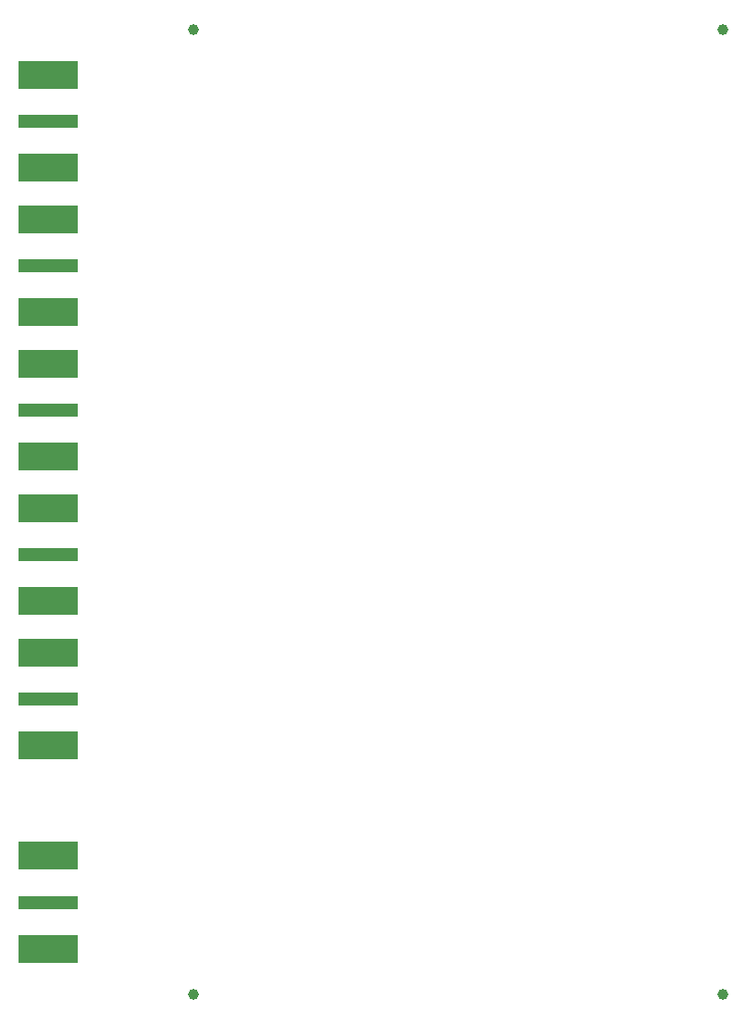
<source format=gtp>
%TF.GenerationSoftware,Altium Limited,Altium Designer,24.7.2 (38)*%
G04 Layer_Color=8421504*
%FSLAX45Y45*%
%MOMM*%
%TF.SameCoordinates,9240EED7-9CEB-46DE-ACC5-CDE2BC50BDCE*%
%TF.FilePolarity,Positive*%
%TF.FileFunction,Paste,Top*%
%TF.Part,Single*%
G01*
G75*
%TA.AperFunction,SMDPad,CuDef*%
%ADD10C,1.00000*%
%TA.AperFunction,ConnectorPad*%
%ADD11R,5.50000X2.50000*%
%ADD12R,5.50000X1.20000*%
D10*
X2299999Y779999D02*
D03*
X7140000Y779998D02*
D03*
Y9599999D02*
D03*
X2300000Y9600000D02*
D03*
D11*
X965000Y3054998D02*
D03*
Y3904998D02*
D03*
X965001Y4374999D02*
D03*
Y5224999D02*
D03*
X965000Y2045000D02*
D03*
Y1195000D02*
D03*
Y4375000D02*
D03*
Y5225000D02*
D03*
X965000Y8335000D02*
D03*
Y9185000D02*
D03*
X965000Y7015000D02*
D03*
Y7865000D02*
D03*
Y6545000D02*
D03*
Y5695000D02*
D03*
Y3905000D02*
D03*
Y3055000D02*
D03*
D12*
X965000Y3479998D02*
D03*
X965001Y4799999D02*
D03*
X965000Y1620000D02*
D03*
Y4800000D02*
D03*
X965000Y8760000D02*
D03*
X965000Y7440000D02*
D03*
Y6120000D02*
D03*
Y3480000D02*
D03*
%TF.MD5,258c3ab8b18126c3d266c46c48285396*%
M02*

</source>
